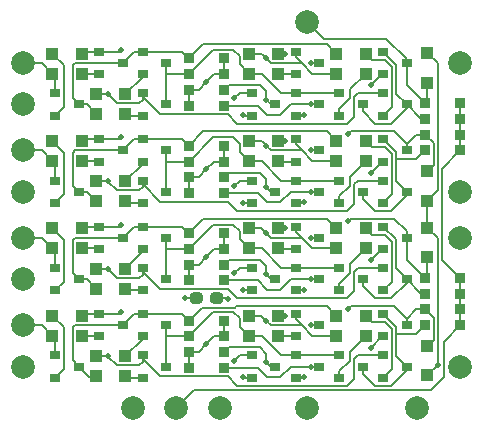
<source format=gtl>
%TF.GenerationSoftware,KiCad,Pcbnew,(5.1.9)-1*%
%TF.CreationDate,2022-08-30T23:25:40+02:00*%
%TF.ProjectId,adder,61646465-722e-46b6-9963-61645f706362,rev?*%
%TF.SameCoordinates,Original*%
%TF.FileFunction,Copper,L1,Top*%
%TF.FilePolarity,Positive*%
%FSLAX46Y46*%
G04 Gerber Fmt 4.6, Leading zero omitted, Abs format (unit mm)*
G04 Created by KiCad (PCBNEW (5.1.9)-1) date 2022-08-30 23:25:40*
%MOMM*%
%LPD*%
G01*
G04 APERTURE LIST*
%TA.AperFunction,ComponentPad*%
%ADD10C,2.000000*%
%TD*%
%TA.AperFunction,SMDPad,CuDef*%
%ADD11R,0.900000X0.900000*%
%TD*%
%TA.AperFunction,SMDPad,CuDef*%
%ADD12R,0.900000X0.800000*%
%TD*%
%TA.AperFunction,SMDPad,CuDef*%
%ADD13R,1.000000X1.000000*%
%TD*%
%TA.AperFunction,ViaPad*%
%ADD14C,0.500000*%
%TD*%
%TA.AperFunction,Conductor*%
%ADD15C,0.157000*%
%TD*%
%TA.AperFunction,Conductor*%
%ADD16C,0.200000*%
%TD*%
G04 APERTURE END LIST*
D10*
%TO.P,TP403,1*%
%TO.N,/3/SUM*%
X188700000Y-82800000D03*
%TD*%
%TO.P,TP402,1*%
%TO.N,/3/A*%
X151700000Y-82800000D03*
%TD*%
%TO.P,TP401,1*%
%TO.N,/3/B*%
X151700000Y-86300000D03*
%TD*%
D11*
%TO.P,RN401,6*%
%TO.N,/3/nCi*%
X168700000Y-85060000D03*
%TO.P,RN401,5*%
%TO.N,/3/SUM*%
X168700000Y-86400000D03*
%TO.P,RN401,8*%
%TO.N,VCC*%
X168700000Y-82400000D03*
%TO.P,RN401,7*%
X168700000Y-83740000D03*
%TO.P,RN401,3*%
X165700000Y-85060000D03*
%TO.P,RN401,2*%
%TO.N,/3/~A^B*%
X165700000Y-83740000D03*
%TO.P,RN401,4*%
%TO.N,VCC*%
X165700000Y-86400000D03*
%TO.P,RN401,1*%
%TO.N,/3/nA'*%
X165700000Y-82400000D03*
%TD*%
D12*
%TO.P,Q410,3*%
%TO.N,/3/nCi*%
X173050000Y-86300000D03*
%TO.P,Q410,2*%
%TO.N,GND*%
X171050000Y-87250000D03*
%TO.P,Q410,1*%
%TO.N,/3/Ci*%
X171050000Y-85350000D03*
%TD*%
%TO.P,Q409,3*%
%TO.N,/3/nA'*%
X160100000Y-82800000D03*
%TO.P,Q409,2*%
%TO.N,Net-(D409-Pad2)*%
X158100000Y-83750000D03*
%TO.P,Q409,1*%
%TO.N,~add*%
X158100000Y-81850000D03*
%TD*%
%TO.P,Q408,3*%
%TO.N,/3/nA'*%
X156400000Y-86300000D03*
%TO.P,Q408,2*%
%TO.N,Net-(D408-Pad2)*%
X154400000Y-87250000D03*
%TO.P,Q408,1*%
%TO.N,/3/A*%
X154400000Y-85350000D03*
%TD*%
%TO.P,Q407,3*%
%TO.N,/3/nCo*%
X184150000Y-86300000D03*
%TO.P,Q407,2*%
%TO.N,Net-(D407-Pad2)*%
X182150000Y-87250000D03*
%TO.P,Q407,1*%
%TO.N,/3/B*%
X182150000Y-85350000D03*
%TD*%
%TO.P,Q406,3*%
%TO.N,/3/nCo*%
X180450000Y-86300000D03*
%TO.P,Q406,2*%
%TO.N,Net-(D406-Pad2)*%
X178450000Y-87250000D03*
%TO.P,Q406,1*%
%TO.N,/3/~A^B*%
X178450000Y-85350000D03*
%TD*%
%TO.P,Q405,3*%
%TO.N,/3/SUM*%
X176750000Y-86300000D03*
%TO.P,Q405,2*%
%TO.N,Net-(D405-Pad2)*%
X174750000Y-87250000D03*
%TO.P,Q405,1*%
%TO.N,/3/~A^B*%
X174750000Y-85350000D03*
%TD*%
%TO.P,Q404,3*%
%TO.N,/3/SUM*%
X176750000Y-82800000D03*
%TO.P,Q404,2*%
%TO.N,Net-(D404-Pad2)*%
X174750000Y-83750000D03*
%TO.P,Q404,1*%
%TO.N,/3/nCi*%
X174750000Y-81850000D03*
%TD*%
%TO.P,Q403,3*%
%TO.N,/3/~A^B*%
X163800000Y-82800000D03*
%TO.P,Q403,2*%
%TO.N,Net-(D403-Pad2)*%
X161800000Y-83750000D03*
%TO.P,Q403,1*%
%TO.N,/3/nA'*%
X161800000Y-81850000D03*
%TD*%
%TO.P,Q402,3*%
%TO.N,/3/~A^B*%
X163800000Y-86300000D03*
%TO.P,Q402,2*%
%TO.N,Net-(D402-Pad2)*%
X161800000Y-87250000D03*
%TO.P,Q402,1*%
%TO.N,/3/B*%
X161800000Y-85350000D03*
%TD*%
%TO.P,Q401,3*%
%TO.N,/3/Co*%
X184150000Y-82800000D03*
%TO.P,Q401,2*%
%TO.N,GND*%
X182150000Y-83750000D03*
%TO.P,Q401,1*%
%TO.N,/3/nCo*%
X182150000Y-81850000D03*
%TD*%
D13*
%TO.P,D409,2*%
%TO.N,Net-(D409-Pad2)*%
X156650000Y-83700000D03*
%TO.P,D409,1*%
%TO.N,/3/A*%
X154150000Y-83700000D03*
%TD*%
%TO.P,D408,2*%
%TO.N,Net-(D408-Pad2)*%
X154150000Y-82000000D03*
%TO.P,D408,1*%
%TO.N,~add*%
X156650000Y-82000000D03*
%TD*%
%TO.P,D407,2*%
%TO.N,Net-(D407-Pad2)*%
X180700000Y-82000000D03*
%TO.P,D407,1*%
%TO.N,/3/nA'*%
X178200000Y-82000000D03*
%TD*%
%TO.P,D406,2*%
%TO.N,Net-(D406-Pad2)*%
X180700000Y-83700000D03*
%TO.P,D406,1*%
%TO.N,/3/nCi*%
X178200000Y-83700000D03*
%TD*%
%TO.P,D405,2*%
%TO.N,Net-(D405-Pad2)*%
X173300000Y-82000000D03*
%TO.P,D405,1*%
%TO.N,/3/nCi*%
X170800000Y-82000000D03*
%TD*%
%TO.P,D404,2*%
%TO.N,Net-(D404-Pad2)*%
X173300000Y-83700000D03*
%TO.P,D404,1*%
%TO.N,/3/~A^B*%
X170800000Y-83700000D03*
%TD*%
%TO.P,D403,2*%
%TO.N,Net-(D403-Pad2)*%
X160350000Y-85400000D03*
%TO.P,D403,1*%
%TO.N,/3/B*%
X157850000Y-85400000D03*
%TD*%
%TO.P,D402,2*%
%TO.N,Net-(D402-Pad2)*%
X160350000Y-87100000D03*
%TO.P,D402,1*%
%TO.N,/3/nA'*%
X157850000Y-87100000D03*
%TD*%
%TO.P,D401,2*%
%TO.N,/3/Co*%
X185900000Y-84450000D03*
%TO.P,D401,1*%
%TO.N,CLRC*%
X185900000Y-81950000D03*
%TD*%
D10*
%TO.P,TP303,1*%
%TO.N,/2/SUM*%
X188700000Y-93700000D03*
%TD*%
%TO.P,TP302,1*%
%TO.N,/2/A*%
X151700000Y-90200000D03*
%TD*%
%TO.P,TP301,1*%
%TO.N,/2/B*%
X151700000Y-93700000D03*
%TD*%
D11*
%TO.P,RN301,6*%
%TO.N,/2/nCi*%
X168700000Y-92460000D03*
%TO.P,RN301,5*%
%TO.N,/2/SUM*%
X168700000Y-93800000D03*
%TO.P,RN301,8*%
%TO.N,VCC*%
X168700000Y-89800000D03*
%TO.P,RN301,7*%
X168700000Y-91140000D03*
%TO.P,RN301,3*%
X165700000Y-92460000D03*
%TO.P,RN301,2*%
%TO.N,/2/~A^B*%
X165700000Y-91140000D03*
%TO.P,RN301,4*%
%TO.N,VCC*%
X165700000Y-93800000D03*
%TO.P,RN301,1*%
%TO.N,/2/nA'*%
X165700000Y-89800000D03*
%TD*%
%TO.P,RN2,6*%
%TO.N,VCC*%
X188700000Y-88860000D03*
%TO.P,RN2,5*%
X188700000Y-90200000D03*
%TO.P,RN2,8*%
X188700000Y-86200000D03*
%TO.P,RN2,7*%
X188700000Y-87540000D03*
%TO.P,RN2,3*%
%TO.N,/3/Ci*%
X185700000Y-88860000D03*
%TO.P,RN2,2*%
%TO.N,/3/nCo*%
X185700000Y-87540000D03*
%TO.P,RN2,4*%
%TO.N,/2/nCo*%
X185700000Y-90200000D03*
%TO.P,RN2,1*%
%TO.N,/3/Co*%
X185700000Y-86200000D03*
%TD*%
D12*
%TO.P,Q310,3*%
%TO.N,/2/nCi*%
X173050000Y-93700000D03*
%TO.P,Q310,2*%
%TO.N,GND*%
X171050000Y-94650000D03*
%TO.P,Q310,1*%
%TO.N,/2/Ci*%
X171050000Y-92750000D03*
%TD*%
%TO.P,Q309,3*%
%TO.N,/2/nA'*%
X160100000Y-90200000D03*
%TO.P,Q309,2*%
%TO.N,Net-(D309-Pad2)*%
X158100000Y-91150000D03*
%TO.P,Q309,1*%
%TO.N,~add*%
X158100000Y-89250000D03*
%TD*%
%TO.P,Q308,3*%
%TO.N,/2/nA'*%
X156400000Y-93700000D03*
%TO.P,Q308,2*%
%TO.N,Net-(D308-Pad2)*%
X154400000Y-94650000D03*
%TO.P,Q308,1*%
%TO.N,/2/A*%
X154400000Y-92750000D03*
%TD*%
%TO.P,Q307,3*%
%TO.N,/2/nCo*%
X184150000Y-93700000D03*
%TO.P,Q307,2*%
%TO.N,Net-(D307-Pad2)*%
X182150000Y-94650000D03*
%TO.P,Q307,1*%
%TO.N,/2/B*%
X182150000Y-92750000D03*
%TD*%
%TO.P,Q306,3*%
%TO.N,/2/nCo*%
X180450000Y-93700000D03*
%TO.P,Q306,2*%
%TO.N,Net-(D306-Pad2)*%
X178450000Y-94650000D03*
%TO.P,Q306,1*%
%TO.N,/2/~A^B*%
X178450000Y-92750000D03*
%TD*%
%TO.P,Q305,3*%
%TO.N,/2/SUM*%
X176750000Y-93700000D03*
%TO.P,Q305,2*%
%TO.N,Net-(D305-Pad2)*%
X174750000Y-94650000D03*
%TO.P,Q305,1*%
%TO.N,/2/~A^B*%
X174750000Y-92750000D03*
%TD*%
%TO.P,Q304,3*%
%TO.N,/2/SUM*%
X176750000Y-90200000D03*
%TO.P,Q304,2*%
%TO.N,Net-(D304-Pad2)*%
X174750000Y-91150000D03*
%TO.P,Q304,1*%
%TO.N,/2/nCi*%
X174750000Y-89250000D03*
%TD*%
%TO.P,Q303,3*%
%TO.N,/2/~A^B*%
X163800000Y-90200000D03*
%TO.P,Q303,2*%
%TO.N,Net-(D303-Pad2)*%
X161800000Y-91150000D03*
%TO.P,Q303,1*%
%TO.N,/2/nA'*%
X161800000Y-89250000D03*
%TD*%
%TO.P,Q302,3*%
%TO.N,/2/~A^B*%
X163800000Y-93700000D03*
%TO.P,Q302,2*%
%TO.N,Net-(D302-Pad2)*%
X161800000Y-94650000D03*
%TO.P,Q302,1*%
%TO.N,/2/B*%
X161800000Y-92750000D03*
%TD*%
%TO.P,Q301,3*%
%TO.N,/3/Ci*%
X184150000Y-90200000D03*
%TO.P,Q301,2*%
%TO.N,GND*%
X182150000Y-91150000D03*
%TO.P,Q301,1*%
%TO.N,/2/nCo*%
X182150000Y-89250000D03*
%TD*%
D13*
%TO.P,D309,2*%
%TO.N,Net-(D309-Pad2)*%
X156650000Y-91100000D03*
%TO.P,D309,1*%
%TO.N,/2/A*%
X154150000Y-91100000D03*
%TD*%
%TO.P,D308,2*%
%TO.N,Net-(D308-Pad2)*%
X154150000Y-89400000D03*
%TO.P,D308,1*%
%TO.N,~add*%
X156650000Y-89400000D03*
%TD*%
%TO.P,D307,2*%
%TO.N,Net-(D307-Pad2)*%
X180700000Y-89400000D03*
%TO.P,D307,1*%
%TO.N,/2/nA'*%
X178200000Y-89400000D03*
%TD*%
%TO.P,D306,2*%
%TO.N,Net-(D306-Pad2)*%
X180700000Y-91100000D03*
%TO.P,D306,1*%
%TO.N,/2/nCi*%
X178200000Y-91100000D03*
%TD*%
%TO.P,D305,2*%
%TO.N,Net-(D305-Pad2)*%
X173300000Y-89400000D03*
%TO.P,D305,1*%
%TO.N,/2/nCi*%
X170800000Y-89400000D03*
%TD*%
%TO.P,D304,2*%
%TO.N,Net-(D304-Pad2)*%
X173300000Y-91100000D03*
%TO.P,D304,1*%
%TO.N,/2/~A^B*%
X170800000Y-91100000D03*
%TD*%
%TO.P,D303,2*%
%TO.N,Net-(D303-Pad2)*%
X160350000Y-92800000D03*
%TO.P,D303,1*%
%TO.N,/2/B*%
X157850000Y-92800000D03*
%TD*%
%TO.P,D302,2*%
%TO.N,Net-(D302-Pad2)*%
X160350000Y-94500000D03*
%TO.P,D302,1*%
%TO.N,/2/nA'*%
X157850000Y-94500000D03*
%TD*%
%TO.P,D301,2*%
%TO.N,/3/Ci*%
X185900000Y-91950000D03*
%TO.P,D301,1*%
%TO.N,CLRC*%
X185900000Y-94450000D03*
%TD*%
D10*
%TO.P,TP203,1*%
%TO.N,/1/SUM*%
X188700000Y-97600000D03*
%TD*%
%TO.P,TP202,1*%
%TO.N,/1/A*%
X151700000Y-97600000D03*
%TD*%
%TO.P,TP201,1*%
%TO.N,/1/B*%
X151700000Y-101100000D03*
%TD*%
D11*
%TO.P,RN201,6*%
%TO.N,/1/nCi*%
X168700000Y-99860000D03*
%TO.P,RN201,5*%
%TO.N,/1/SUM*%
X168700000Y-101200000D03*
%TO.P,RN201,8*%
%TO.N,VCC*%
X168700000Y-97200000D03*
%TO.P,RN201,7*%
X168700000Y-98540000D03*
%TO.P,RN201,3*%
X165700000Y-99860000D03*
%TO.P,RN201,2*%
%TO.N,/1/~A^B*%
X165700000Y-98540000D03*
%TO.P,RN201,4*%
%TO.N,VCC*%
X165700000Y-101200000D03*
%TO.P,RN201,1*%
%TO.N,/1/nA'*%
X165700000Y-97200000D03*
%TD*%
D12*
%TO.P,Q210,3*%
%TO.N,/1/nCi*%
X173050000Y-101100000D03*
%TO.P,Q210,2*%
%TO.N,GND*%
X171050000Y-102050000D03*
%TO.P,Q210,1*%
%TO.N,/Co*%
X171050000Y-100150000D03*
%TD*%
%TO.P,Q209,3*%
%TO.N,/1/nA'*%
X160100000Y-97600000D03*
%TO.P,Q209,2*%
%TO.N,Net-(D209-Pad2)*%
X158100000Y-98550000D03*
%TO.P,Q209,1*%
%TO.N,~add*%
X158100000Y-96650000D03*
%TD*%
%TO.P,Q208,3*%
%TO.N,/1/nA'*%
X156400000Y-101100000D03*
%TO.P,Q208,2*%
%TO.N,Net-(D208-Pad2)*%
X154400000Y-102050000D03*
%TO.P,Q208,1*%
%TO.N,/1/A*%
X154400000Y-100150000D03*
%TD*%
%TO.P,Q207,3*%
%TO.N,/1/nCo*%
X184150000Y-101100000D03*
%TO.P,Q207,2*%
%TO.N,Net-(D207-Pad2)*%
X182150000Y-102050000D03*
%TO.P,Q207,1*%
%TO.N,/1/B*%
X182150000Y-100150000D03*
%TD*%
%TO.P,Q206,3*%
%TO.N,/1/nCo*%
X180450000Y-101100000D03*
%TO.P,Q206,2*%
%TO.N,Net-(D206-Pad2)*%
X178450000Y-102050000D03*
%TO.P,Q206,1*%
%TO.N,/1/~A^B*%
X178450000Y-100150000D03*
%TD*%
%TO.P,Q205,3*%
%TO.N,/1/SUM*%
X176750000Y-101100000D03*
%TO.P,Q205,2*%
%TO.N,Net-(D205-Pad2)*%
X174750000Y-102050000D03*
%TO.P,Q205,1*%
%TO.N,/1/~A^B*%
X174750000Y-100150000D03*
%TD*%
%TO.P,Q204,3*%
%TO.N,/1/SUM*%
X176750000Y-97600000D03*
%TO.P,Q204,2*%
%TO.N,Net-(D204-Pad2)*%
X174750000Y-98550000D03*
%TO.P,Q204,1*%
%TO.N,/1/nCi*%
X174750000Y-96650000D03*
%TD*%
%TO.P,Q203,3*%
%TO.N,/1/~A^B*%
X163800000Y-97600000D03*
%TO.P,Q203,2*%
%TO.N,Net-(D203-Pad2)*%
X161800000Y-98550000D03*
%TO.P,Q203,1*%
%TO.N,/1/nA'*%
X161800000Y-96650000D03*
%TD*%
%TO.P,Q202,3*%
%TO.N,/1/~A^B*%
X163800000Y-101100000D03*
%TO.P,Q202,2*%
%TO.N,Net-(D202-Pad2)*%
X161800000Y-102050000D03*
%TO.P,Q202,1*%
%TO.N,/1/B*%
X161800000Y-100150000D03*
%TD*%
%TO.P,Q201,3*%
%TO.N,/2/Ci*%
X184150000Y-97600000D03*
%TO.P,Q201,2*%
%TO.N,GND*%
X182150000Y-98550000D03*
%TO.P,Q201,1*%
%TO.N,/1/nCo*%
X182150000Y-96650000D03*
%TD*%
D13*
%TO.P,D209,2*%
%TO.N,Net-(D209-Pad2)*%
X156650000Y-98500000D03*
%TO.P,D209,1*%
%TO.N,/1/A*%
X154150000Y-98500000D03*
%TD*%
%TO.P,D208,2*%
%TO.N,Net-(D208-Pad2)*%
X154150000Y-96800000D03*
%TO.P,D208,1*%
%TO.N,~add*%
X156650000Y-96800000D03*
%TD*%
%TO.P,D207,2*%
%TO.N,Net-(D207-Pad2)*%
X180700000Y-96800000D03*
%TO.P,D207,1*%
%TO.N,/1/nA'*%
X178200000Y-96800000D03*
%TD*%
%TO.P,D206,2*%
%TO.N,Net-(D206-Pad2)*%
X180700000Y-98500000D03*
%TO.P,D206,1*%
%TO.N,/1/nCi*%
X178200000Y-98500000D03*
%TD*%
%TO.P,D205,2*%
%TO.N,Net-(D205-Pad2)*%
X173300000Y-96800000D03*
%TO.P,D205,1*%
%TO.N,/1/nCi*%
X170800000Y-96800000D03*
%TD*%
%TO.P,D204,2*%
%TO.N,Net-(D204-Pad2)*%
X173300000Y-98500000D03*
%TO.P,D204,1*%
%TO.N,/1/~A^B*%
X170800000Y-98500000D03*
%TD*%
%TO.P,D203,2*%
%TO.N,Net-(D203-Pad2)*%
X160350000Y-100200000D03*
%TO.P,D203,1*%
%TO.N,/1/B*%
X157850000Y-100200000D03*
%TD*%
%TO.P,D202,2*%
%TO.N,Net-(D202-Pad2)*%
X160350000Y-101900000D03*
%TO.P,D202,1*%
%TO.N,/1/nA'*%
X157850000Y-101900000D03*
%TD*%
%TO.P,D201,2*%
%TO.N,/2/Ci*%
X185900000Y-99250000D03*
%TO.P,D201,1*%
%TO.N,CLRC*%
X185900000Y-96750000D03*
%TD*%
%TO.P,D6,2*%
%TO.N,Net-(D6-Pad2)*%
X180700000Y-104200000D03*
%TO.P,D6,1*%
%TO.N,/nA'*%
X178200000Y-104200000D03*
%TD*%
%TO.P,D4,2*%
%TO.N,Net-(D4-Pad2)*%
X173300000Y-104200000D03*
%TO.P,D4,1*%
%TO.N,/nCi*%
X170800000Y-104200000D03*
%TD*%
D12*
%TO.P,Q2,3*%
%TO.N,/~A^B*%
X163800000Y-105000000D03*
%TO.P,Q2,2*%
%TO.N,Net-(D2-Pad2)*%
X161800000Y-105950000D03*
%TO.P,Q2,1*%
%TO.N,/nA'*%
X161800000Y-104050000D03*
%TD*%
D13*
%TO.P,D8,2*%
%TO.N,Net-(D8-Pad2)*%
X156650000Y-105900000D03*
%TO.P,D8,1*%
%TO.N,/A*%
X154150000Y-105900000D03*
%TD*%
%TO.P,D7,2*%
%TO.N,Net-(D7-Pad2)*%
X154150000Y-104200000D03*
%TO.P,D7,1*%
%TO.N,~add*%
X156650000Y-104200000D03*
%TD*%
%TO.P,D5,2*%
%TO.N,Net-(D5-Pad2)*%
X180700000Y-105900000D03*
%TO.P,D5,1*%
%TO.N,/nCi*%
X178200000Y-105900000D03*
%TD*%
%TO.P,D3,2*%
%TO.N,Net-(D3-Pad2)*%
X173300000Y-105900000D03*
%TO.P,D3,1*%
%TO.N,/~A^B*%
X170800000Y-105900000D03*
%TD*%
%TO.P,D2,2*%
%TO.N,Net-(D2-Pad2)*%
X160350000Y-107600000D03*
%TO.P,D2,1*%
%TO.N,/B*%
X157850000Y-107600000D03*
%TD*%
%TO.P,D1,2*%
%TO.N,Net-(D1-Pad2)*%
X160350000Y-109300000D03*
%TO.P,D1,1*%
%TO.N,/nA'*%
X157850000Y-109300000D03*
%TD*%
%TO.P,D0,2*%
%TO.N,/Co*%
X185900000Y-106750000D03*
%TO.P,D0,1*%
%TO.N,CLRC*%
X185900000Y-109250000D03*
%TD*%
D10*
%TO.P,TP8,1*%
%TO.N,GND*%
X168350000Y-112000000D03*
%TD*%
%TO.P,TP7,1*%
%TO.N,VCC*%
X164650000Y-112000000D03*
%TD*%
%TO.P,TP6,1*%
%TO.N,~add*%
X160950000Y-112000000D03*
%TD*%
%TO.P,TP5,1*%
%TO.N,/3/Co*%
X175750000Y-79300000D03*
%TD*%
%TO.P,TP4,1*%
%TO.N,/Ci*%
X175750000Y-112000000D03*
%TD*%
%TO.P,TP3,1*%
%TO.N,/SUM*%
X188700000Y-108500000D03*
%TD*%
%TO.P,TP2,1*%
%TO.N,/A*%
X151700000Y-105000000D03*
%TD*%
%TO.P,TP1,1*%
%TO.N,/B*%
X151700000Y-108500000D03*
%TD*%
%TO.P,TP0,1*%
%TO.N,CLRC*%
X185000000Y-112000000D03*
%TD*%
D11*
%TO.P,RN1,6*%
%TO.N,VCC*%
X188700000Y-103660000D03*
%TO.P,RN1,5*%
X188700000Y-105000000D03*
%TO.P,RN1,8*%
X188700000Y-101000000D03*
%TO.P,RN1,7*%
X188700000Y-102340000D03*
%TO.P,RN1,3*%
%TO.N,/Co*%
X185700000Y-103660000D03*
%TO.P,RN1,2*%
%TO.N,/1/nCo*%
X185700000Y-102340000D03*
%TO.P,RN1,4*%
%TO.N,/nCo*%
X185700000Y-105000000D03*
%TO.P,RN1,1*%
%TO.N,/2/Ci*%
X185700000Y-101000000D03*
%TD*%
%TO.P,RN0,6*%
%TO.N,/nCi*%
X168700000Y-107260000D03*
%TO.P,RN0,5*%
%TO.N,/SUM*%
X168700000Y-108600000D03*
%TO.P,RN0,8*%
%TO.N,VCC*%
X168700000Y-104600000D03*
%TO.P,RN0,7*%
X168700000Y-105940000D03*
%TO.P,RN0,3*%
X165700000Y-107260000D03*
%TO.P,RN0,2*%
%TO.N,/~A^B*%
X165700000Y-105940000D03*
%TO.P,RN0,4*%
%TO.N,VCC*%
X165700000Y-108600000D03*
%TO.P,RN0,1*%
%TO.N,/nA'*%
X165700000Y-104600000D03*
%TD*%
D12*
%TO.P,Q9,3*%
%TO.N,/nCi*%
X173050000Y-108500000D03*
%TO.P,Q9,2*%
%TO.N,GND*%
X171050000Y-109450000D03*
%TO.P,Q9,1*%
%TO.N,/Ci*%
X171050000Y-107550000D03*
%TD*%
%TO.P,Q8,3*%
%TO.N,/nA'*%
X160100000Y-105000000D03*
%TO.P,Q8,2*%
%TO.N,Net-(D8-Pad2)*%
X158100000Y-105950000D03*
%TO.P,Q8,1*%
%TO.N,~add*%
X158100000Y-104050000D03*
%TD*%
%TO.P,Q7,3*%
%TO.N,/nA'*%
X156400000Y-108500000D03*
%TO.P,Q7,2*%
%TO.N,Net-(D7-Pad2)*%
X154400000Y-109450000D03*
%TO.P,Q7,1*%
%TO.N,/A*%
X154400000Y-107550000D03*
%TD*%
%TO.P,Q6,3*%
%TO.N,/nCo*%
X184150000Y-108500000D03*
%TO.P,Q6,2*%
%TO.N,Net-(D6-Pad2)*%
X182150000Y-109450000D03*
%TO.P,Q6,1*%
%TO.N,/B*%
X182150000Y-107550000D03*
%TD*%
%TO.P,Q5,3*%
%TO.N,/nCo*%
X180450000Y-108500000D03*
%TO.P,Q5,2*%
%TO.N,Net-(D5-Pad2)*%
X178450000Y-109450000D03*
%TO.P,Q5,1*%
%TO.N,/~A^B*%
X178450000Y-107550000D03*
%TD*%
%TO.P,Q4,3*%
%TO.N,/SUM*%
X176750000Y-108500000D03*
%TO.P,Q4,2*%
%TO.N,Net-(D4-Pad2)*%
X174750000Y-109450000D03*
%TO.P,Q4,1*%
%TO.N,/~A^B*%
X174750000Y-107550000D03*
%TD*%
%TO.P,Q3,3*%
%TO.N,/SUM*%
X176750000Y-105000000D03*
%TO.P,Q3,2*%
%TO.N,Net-(D3-Pad2)*%
X174750000Y-105950000D03*
%TO.P,Q3,1*%
%TO.N,/nCi*%
X174750000Y-104050000D03*
%TD*%
%TO.P,Q1,3*%
%TO.N,/~A^B*%
X163800000Y-108500000D03*
%TO.P,Q1,2*%
%TO.N,Net-(D1-Pad2)*%
X161800000Y-109450000D03*
%TO.P,Q1,1*%
%TO.N,/B*%
X161800000Y-107550000D03*
%TD*%
%TO.P,Q0,3*%
%TO.N,/Co*%
X184150000Y-105000000D03*
%TO.P,Q0,2*%
%TO.N,GND*%
X182150000Y-105950000D03*
%TO.P,Q0,1*%
%TO.N,/nCo*%
X182150000Y-104050000D03*
%TD*%
%TO.P,C0,2*%
%TO.N,GND*%
%TA.AperFunction,SMDPad,CuDef*%
G36*
G01*
X167525000Y-102937500D02*
X167525000Y-102462500D01*
G75*
G02*
X167762500Y-102225000I237500J0D01*
G01*
X168362500Y-102225000D01*
G75*
G02*
X168600000Y-102462500I0J-237500D01*
G01*
X168600000Y-102937500D01*
G75*
G02*
X168362500Y-103175000I-237500J0D01*
G01*
X167762500Y-103175000D01*
G75*
G02*
X167525000Y-102937500I0J237500D01*
G01*
G37*
%TD.AperFunction*%
%TO.P,C0,1*%
%TO.N,VCC*%
%TA.AperFunction,SMDPad,CuDef*%
G36*
G01*
X165800000Y-102937500D02*
X165800000Y-102462500D01*
G75*
G02*
X166037500Y-102225000I237500J0D01*
G01*
X166637500Y-102225000D01*
G75*
G02*
X166875000Y-102462500I0J-237500D01*
G01*
X166875000Y-102937500D01*
G75*
G02*
X166637500Y-103175000I-237500J0D01*
G01*
X166037500Y-103175000D01*
G75*
G02*
X165800000Y-102937500I0J237500D01*
G01*
G37*
%TD.AperFunction*%
%TD*%
D14*
%TO.N,/B*%
X158900000Y-107600000D03*
%TO.N,/nCi*%
X172250000Y-108100000D03*
X172250000Y-104600000D03*
%TO.N,/SUM*%
X176050000Y-105000000D03*
X176050000Y-108500000D03*
%TO.N,GND*%
X181169373Y-106885903D03*
X170285750Y-109414250D03*
X170285750Y-102014250D03*
X170285750Y-94614250D03*
X170285750Y-87214250D03*
X181169373Y-99485903D03*
X181169373Y-92085903D03*
X181169373Y-84685903D03*
X169000000Y-102800000D03*
%TO.N,VCC*%
X167200000Y-106600000D03*
X167200000Y-99200000D03*
X167200000Y-91800000D03*
X167200000Y-84400000D03*
X165400000Y-102700000D03*
%TO.N,~add*%
X160000000Y-103900000D03*
X160000000Y-96500000D03*
X160000000Y-89100000D03*
X160000000Y-81700000D03*
%TO.N,/Co*%
X179200000Y-103600000D03*
X169576375Y-100600000D03*
%TO.N,Net-(D4-Pad2)*%
X173849998Y-104200000D03*
X175500000Y-109400000D03*
%TO.N,/Ci*%
X169576375Y-108000000D03*
%TO.N,CLRC*%
X186785511Y-108364489D03*
%TO.N,/1/B*%
X158900000Y-100200000D03*
%TO.N,Net-(D205-Pad2)*%
X173849998Y-96800000D03*
X175500000Y-102000000D03*
%TO.N,/1/nCi*%
X172250000Y-97200000D03*
X172250000Y-100700000D03*
%TO.N,/1/SUM*%
X176050000Y-97600000D03*
X176050000Y-101100000D03*
%TO.N,/2/Ci*%
X179200000Y-96200000D03*
X169576375Y-93200000D03*
%TO.N,/2/B*%
X158900000Y-92800000D03*
%TO.N,Net-(D305-Pad2)*%
X173849998Y-89400000D03*
X175500000Y-94600000D03*
%TO.N,/2/nCi*%
X172250000Y-89800000D03*
X172250000Y-93300000D03*
%TO.N,/2/SUM*%
X176050000Y-90200000D03*
X176050000Y-93700000D03*
%TO.N,/3/Ci*%
X179200000Y-88800000D03*
X169576375Y-85800000D03*
%TO.N,/3/B*%
X158900000Y-85400000D03*
%TO.N,Net-(D405-Pad2)*%
X173849998Y-82000000D03*
X175500000Y-87200000D03*
%TO.N,/3/nCi*%
X172250000Y-82400000D03*
X172250000Y-85900000D03*
%TO.N,/3/SUM*%
X176050000Y-82800000D03*
X176050000Y-86300000D03*
%TD*%
D15*
%TO.N,/A*%
X154400000Y-106150000D02*
X154150000Y-105900000D01*
X154400000Y-107550000D02*
X154400000Y-106150000D01*
X153250000Y-105000000D02*
X154150000Y-105900000D01*
X151700000Y-105000000D02*
X153250000Y-105000000D01*
%TO.N,/nA'*%
X156048698Y-105000000D02*
X160100000Y-105000000D01*
X155871499Y-105177199D02*
X156048698Y-105000000D01*
X155871499Y-107971499D02*
X155871499Y-105177199D01*
X156400000Y-108500000D02*
X155871499Y-107971499D01*
X161050000Y-104050000D02*
X160100000Y-105000000D01*
X161800000Y-104050000D02*
X161050000Y-104050000D01*
X157300000Y-109400000D02*
X156400000Y-108500000D01*
X157850000Y-109400000D02*
X157300000Y-109400000D01*
X165150000Y-104050000D02*
X165700000Y-104600000D01*
X161800000Y-104050000D02*
X165150000Y-104050000D01*
X166785511Y-103514489D02*
X165700000Y-104600000D01*
X169585511Y-103514489D02*
X166785511Y-103514489D01*
X169728501Y-103371499D02*
X169585511Y-103514489D01*
X177371499Y-103371499D02*
X169728501Y-103371499D01*
X178200000Y-104200000D02*
X177371499Y-103371499D01*
%TO.N,/B*%
X161800000Y-108107000D02*
X161528499Y-108378501D01*
X161800000Y-107550000D02*
X161800000Y-108107000D01*
X180048698Y-107550000D02*
X179721499Y-107877199D01*
X182150000Y-107550000D02*
X180048698Y-107550000D01*
X179721499Y-109529803D02*
X179122801Y-110128501D01*
X179721499Y-107877199D02*
X179721499Y-109529803D01*
X169828501Y-110128501D02*
X169028501Y-109328501D01*
X179122801Y-110128501D02*
X169828501Y-110128501D01*
X161800000Y-107851302D02*
X161800000Y-107550000D01*
X163277199Y-109328501D02*
X161800000Y-107851302D01*
X169028501Y-109328501D02*
X163277199Y-109328501D01*
X158900000Y-107600000D02*
X157850000Y-107600000D01*
X158900000Y-107651302D02*
X158900000Y-107600000D01*
X161528499Y-108378501D02*
X159627199Y-108378501D01*
X159627199Y-108378501D02*
X158900000Y-107651302D01*
%TO.N,/~A^B*%
X163800000Y-105900000D02*
X163800000Y-105000000D01*
X163800000Y-108500000D02*
X163800000Y-105900000D01*
X163840000Y-105940000D02*
X163800000Y-105900000D01*
X170800000Y-105900000D02*
X171900000Y-105900000D01*
X173550000Y-107550000D02*
X174750000Y-107550000D01*
X171900000Y-105900000D02*
X173550000Y-107550000D01*
X178450000Y-107550000D02*
X174750000Y-107550000D01*
X169471499Y-103871499D02*
X167768501Y-103871499D01*
X170021499Y-104421499D02*
X169471499Y-103871499D01*
X170021499Y-105121499D02*
X170021499Y-104421499D01*
X167768501Y-103871499D02*
X165700000Y-105940000D01*
X165700000Y-105940000D02*
X163840000Y-105940000D01*
X170800000Y-105900000D02*
X170021499Y-105121499D01*
%TO.N,/nCi*%
X172650000Y-108500000D02*
X172250000Y-108100000D01*
X173050000Y-108500000D02*
X172650000Y-108500000D01*
X174750000Y-104482182D02*
X174750000Y-104050000D01*
X178200000Y-105900000D02*
X176167818Y-105900000D01*
X176167818Y-105900000D02*
X175258909Y-104991091D01*
X175258909Y-104991091D02*
X174750000Y-104482182D01*
X171850000Y-104200000D02*
X172250000Y-104600000D01*
X170800000Y-104200000D02*
X171850000Y-104200000D01*
X172250000Y-107398698D02*
X171722801Y-106871499D01*
X172250000Y-108100000D02*
X172250000Y-107398698D01*
X169088501Y-106871499D02*
X168700000Y-107260000D01*
X171722801Y-106871499D02*
X169088501Y-106871499D01*
X172641091Y-104991091D02*
X172250000Y-104600000D01*
X175258909Y-104991091D02*
X172641091Y-104991091D01*
%TO.N,/nCo*%
X183235511Y-107585511D02*
X184150000Y-108500000D01*
X182150000Y-104050000D02*
X183235511Y-105135511D01*
X184150000Y-108801302D02*
X184150000Y-108500000D01*
X182822801Y-110128501D02*
X184150000Y-108801302D01*
X181477199Y-110128501D02*
X182822801Y-110128501D01*
X180450000Y-109101302D02*
X181477199Y-110128501D01*
X180450000Y-108500000D02*
X180450000Y-109101302D01*
X184935511Y-105764489D02*
X183235511Y-105764489D01*
X185700000Y-105000000D02*
X184935511Y-105764489D01*
X183235511Y-105764489D02*
X183235511Y-107585511D01*
X183235511Y-105135511D02*
X183235511Y-105764489D01*
%TO.N,/SUM*%
X176750000Y-105000000D02*
X176050000Y-105000000D01*
X176050000Y-108500000D02*
X176750000Y-108500000D01*
X174348698Y-108500000D02*
X176050000Y-108500000D01*
X173448698Y-109400000D02*
X174348698Y-108500000D01*
X172351302Y-109400000D02*
X173448698Y-109400000D01*
X171551302Y-108600000D02*
X172351302Y-109400000D01*
X168700000Y-108600000D02*
X171551302Y-108600000D01*
%TO.N,GND*%
X182105276Y-105950000D02*
X181169373Y-106885903D01*
X182150000Y-105950000D02*
X182105276Y-105950000D01*
X170321500Y-109450000D02*
X170285750Y-109414250D01*
X171050000Y-109450000D02*
X170321500Y-109450000D01*
X182150000Y-98550000D02*
X182105276Y-98550000D01*
X182150000Y-91150000D02*
X182105276Y-91150000D01*
X182150000Y-83750000D02*
X182105276Y-83750000D01*
X182105276Y-98550000D02*
X181169373Y-99485903D01*
X182105276Y-91150000D02*
X181169373Y-92085903D01*
X182105276Y-83750000D02*
X181169373Y-84685903D01*
X171050000Y-102050000D02*
X170321500Y-102050000D01*
X171050000Y-94650000D02*
X170321500Y-94650000D01*
X171050000Y-87250000D02*
X170321500Y-87250000D01*
X170321500Y-102050000D02*
X170285750Y-102014250D01*
X170321500Y-94650000D02*
X170285750Y-94614250D01*
X170321500Y-87250000D02*
X170285750Y-87214250D01*
X168900000Y-102700000D02*
X169000000Y-102800000D01*
X168062500Y-102700000D02*
X168900000Y-102700000D01*
%TO.N,VCC*%
X165700000Y-108600000D02*
X165700000Y-107260000D01*
X168700000Y-104600000D02*
X168700000Y-105940000D01*
X166540000Y-107260000D02*
X165700000Y-107260000D01*
X167860000Y-105940000D02*
X167200000Y-106600000D01*
X168700000Y-105940000D02*
X167860000Y-105940000D01*
X167200000Y-106600000D02*
X166540000Y-107260000D01*
X168700000Y-97200000D02*
X168700000Y-98540000D01*
X168700000Y-89800000D02*
X168700000Y-91140000D01*
X168700000Y-82400000D02*
X168700000Y-83740000D01*
X165700000Y-101200000D02*
X165700000Y-99860000D01*
X165700000Y-93800000D02*
X165700000Y-92460000D01*
X165700000Y-86400000D02*
X165700000Y-85060000D01*
X166540000Y-99860000D02*
X165700000Y-99860000D01*
X166540000Y-92460000D02*
X165700000Y-92460000D01*
X166540000Y-85060000D02*
X165700000Y-85060000D01*
X167200000Y-99200000D02*
X166540000Y-99860000D01*
X167200000Y-91800000D02*
X166540000Y-92460000D01*
X167200000Y-84400000D02*
X166540000Y-85060000D01*
X167860000Y-98540000D02*
X167200000Y-99200000D01*
X167860000Y-91140000D02*
X167200000Y-91800000D01*
X167860000Y-83740000D02*
X167200000Y-84400000D01*
X168700000Y-98540000D02*
X167860000Y-98540000D01*
X168700000Y-91140000D02*
X167860000Y-91140000D01*
X168700000Y-83740000D02*
X167860000Y-83740000D01*
X188700000Y-101000000D02*
X188700000Y-105000000D01*
X187142521Y-99442521D02*
X188700000Y-101000000D01*
X187142521Y-91757479D02*
X187142521Y-99442521D01*
X188700000Y-90200000D02*
X187142521Y-91757479D01*
X188700000Y-86200000D02*
X188700000Y-90200000D01*
X166337500Y-102700000D02*
X165400000Y-102700000D01*
D16*
X187399999Y-106300001D02*
X188700000Y-105000000D01*
X187335512Y-106364488D02*
X187399999Y-106300001D01*
X187335512Y-109354490D02*
X187335512Y-106364488D01*
X166142989Y-110507011D02*
X186182991Y-110507011D01*
X186182991Y-110507011D02*
X187335512Y-109354490D01*
X164650000Y-112000000D02*
X166142989Y-110507011D01*
D15*
%TO.N,~add*%
X159850000Y-104050000D02*
X160000000Y-103900000D01*
X158100000Y-104050000D02*
X159850000Y-104050000D01*
X159850000Y-96650000D02*
X160000000Y-96500000D01*
X159850000Y-89250000D02*
X160000000Y-89100000D01*
X159850000Y-81850000D02*
X160000000Y-81700000D01*
X158100000Y-96650000D02*
X159850000Y-96650000D01*
X158100000Y-89250000D02*
X159850000Y-89250000D01*
X158100000Y-81850000D02*
X159850000Y-81850000D01*
X156800000Y-104050000D02*
X156650000Y-104200000D01*
X158100000Y-104050000D02*
X156800000Y-104050000D01*
X156800000Y-96650000D02*
X156650000Y-96800000D01*
X158100000Y-96650000D02*
X156800000Y-96650000D01*
X156800000Y-89250000D02*
X156650000Y-89400000D01*
X158100000Y-89250000D02*
X156800000Y-89250000D01*
X156800000Y-81850000D02*
X156650000Y-82000000D01*
X158100000Y-81850000D02*
X156800000Y-81850000D01*
%TO.N,/Co*%
X179428501Y-103371499D02*
X179200000Y-103600000D01*
X183078499Y-103371499D02*
X179428501Y-103371499D01*
X184150000Y-104443000D02*
X183078499Y-103371499D01*
X184150000Y-105000000D02*
X184150000Y-104443000D01*
X171050000Y-100150000D02*
X170621500Y-100150000D01*
X170150000Y-100150000D02*
X170032475Y-100150000D01*
X171050000Y-100150000D02*
X170150000Y-100150000D01*
X170150000Y-100150000D02*
X170026375Y-100150000D01*
X170026375Y-100150000D02*
X169576375Y-100600000D01*
X184933000Y-103660000D02*
X184150000Y-104443000D01*
X185700000Y-103660000D02*
X184933000Y-103660000D01*
X186428501Y-104388501D02*
X185700000Y-103660000D01*
X186428501Y-106221499D02*
X186428501Y-104388501D01*
X185900000Y-106750000D02*
X186428501Y-106221499D01*
%TO.N,Net-(D1-Pad2)*%
X160400000Y-109450000D02*
X160350000Y-109400000D01*
X161800000Y-109450000D02*
X160400000Y-109450000D01*
%TO.N,Net-(D2-Pad2)*%
X161800000Y-106150000D02*
X160350000Y-107600000D01*
X161800000Y-105950000D02*
X161800000Y-106150000D01*
%TO.N,Net-(D3-Pad2)*%
X173350000Y-105950000D02*
X173300000Y-105900000D01*
X174750000Y-105950000D02*
X173350000Y-105950000D01*
%TO.N,Net-(D4-Pad2)*%
X174750000Y-109450000D02*
X174750000Y-109400000D01*
X173300000Y-104200000D02*
X173849998Y-104200000D01*
X175450000Y-109450000D02*
X175500000Y-109400000D01*
X174750000Y-109450000D02*
X175450000Y-109450000D01*
%TO.N,Net-(D5-Pad2)*%
X178450000Y-109450000D02*
X178450000Y-108893000D01*
X179364489Y-107235511D02*
X180700000Y-105900000D01*
X179364489Y-107986813D02*
X179364489Y-107235511D01*
X178458302Y-108893000D02*
X179364489Y-107986813D01*
X178450000Y-108893000D02*
X178458302Y-108893000D01*
%TO.N,Net-(D6-Pad2)*%
X181228501Y-104728501D02*
X180700000Y-104200000D01*
X182279803Y-104728501D02*
X181228501Y-104728501D01*
X182878501Y-105327199D02*
X182279803Y-104728501D01*
X182878501Y-108721499D02*
X182878501Y-105327199D01*
X182150000Y-109450000D02*
X182878501Y-108721499D01*
%TO.N,Net-(D7-Pad2)*%
X155128501Y-108721499D02*
X154400000Y-109450000D01*
X155128501Y-108721499D02*
X155128501Y-105178501D01*
X155128501Y-105178501D02*
X154150000Y-104200000D01*
%TO.N,Net-(D8-Pad2)*%
X158050000Y-105900000D02*
X158100000Y-105950000D01*
X156650000Y-105900000D02*
X158050000Y-105900000D01*
%TO.N,/Ci*%
X171050000Y-107550000D02*
X170621500Y-107550000D01*
X170026375Y-107550000D02*
X169576375Y-108000000D01*
X170150000Y-107550000D02*
X170026375Y-107550000D01*
X171050000Y-107550000D02*
X170150000Y-107550000D01*
X170150000Y-107550000D02*
X170032475Y-107550000D01*
%TO.N,CLRC*%
X185900000Y-109250000D02*
X186785511Y-108364489D01*
X186785511Y-97635511D02*
X185900000Y-96750000D01*
X186785511Y-108364489D02*
X186785511Y-97635511D01*
X186785511Y-82835511D02*
X185900000Y-81950000D01*
X186785511Y-93564489D02*
X186785511Y-82835511D01*
X185900000Y-94450000D02*
X186785511Y-93564489D01*
X185900000Y-96750000D02*
X185900000Y-94450000D01*
%TO.N,Net-(D202-Pad2)*%
X160500000Y-102050000D02*
X160350000Y-101900000D01*
X161800000Y-102050000D02*
X160500000Y-102050000D01*
%TO.N,/1/nA'*%
X156048698Y-97600000D02*
X160100000Y-97600000D01*
X156400000Y-101100000D02*
X155871499Y-100571499D01*
X155871499Y-100571499D02*
X155871499Y-97777199D01*
X155871499Y-97777199D02*
X156048698Y-97600000D01*
X166928501Y-95971499D02*
X165700000Y-97200000D01*
X177371499Y-95971499D02*
X166928501Y-95971499D01*
X178200000Y-96800000D02*
X177371499Y-95971499D01*
X165150000Y-96650000D02*
X165700000Y-97200000D01*
X161800000Y-96650000D02*
X165150000Y-96650000D01*
X161050000Y-96650000D02*
X160100000Y-97600000D01*
X161800000Y-96650000D02*
X161050000Y-96650000D01*
X157050000Y-101100000D02*
X157850000Y-101900000D01*
X156400000Y-101100000D02*
X157050000Y-101100000D01*
%TO.N,Net-(D203-Pad2)*%
X161800000Y-98550000D02*
X161800000Y-98750000D01*
X161800000Y-98750000D02*
X160350000Y-100200000D01*
%TO.N,/1/B*%
X158900000Y-100251302D02*
X158900000Y-100200000D01*
X159627199Y-100978501D02*
X158900000Y-100251302D01*
X161528499Y-100978501D02*
X159878501Y-100978501D01*
X159878501Y-100978501D02*
X159627199Y-100978501D01*
X158900000Y-100200000D02*
X157850000Y-100200000D01*
X182150000Y-100150000D02*
X180048698Y-100150000D01*
X179721499Y-100477199D02*
X179721499Y-102129803D01*
X179721499Y-102129803D02*
X179122801Y-102728501D01*
X180048698Y-100150000D02*
X179721499Y-100477199D01*
X161800000Y-100451302D02*
X161800000Y-100150000D01*
X179122801Y-102728501D02*
X169828501Y-102728501D01*
X169828501Y-102728501D02*
X169028501Y-101928501D01*
X163277199Y-101928501D02*
X161800000Y-100451302D01*
X169028501Y-101928501D02*
X163277199Y-101928501D01*
X161800000Y-100707000D02*
X161528499Y-100978501D01*
X161800000Y-100150000D02*
X161800000Y-100707000D01*
%TO.N,Net-(D204-Pad2)*%
X173350000Y-98550000D02*
X173300000Y-98500000D01*
X174750000Y-98550000D02*
X173350000Y-98550000D01*
%TO.N,/1/~A^B*%
X163800000Y-98500000D02*
X163800000Y-97600000D01*
X163800000Y-101100000D02*
X163800000Y-98500000D01*
X178450000Y-100150000D02*
X174750000Y-100150000D01*
X163840000Y-98540000D02*
X163800000Y-98500000D01*
X165700000Y-98540000D02*
X163840000Y-98540000D01*
X173550000Y-100150000D02*
X173750000Y-100150000D01*
X171900000Y-98500000D02*
X173550000Y-100150000D01*
X170800000Y-98500000D02*
X171900000Y-98500000D01*
X174750000Y-100150000D02*
X173750000Y-100150000D01*
X167768501Y-96471499D02*
X165700000Y-98540000D01*
X170800000Y-98500000D02*
X170021499Y-97721499D01*
X170021499Y-97721499D02*
X170021499Y-97021499D01*
X170021499Y-97021499D02*
X169471499Y-96471499D01*
X169471499Y-96471499D02*
X167768501Y-96471499D01*
%TO.N,Net-(D205-Pad2)*%
X174750000Y-102050000D02*
X174750000Y-102000000D01*
X174750000Y-102050000D02*
X175450000Y-102050000D01*
X175450000Y-102050000D02*
X175500000Y-102000000D01*
X173300000Y-96800000D02*
X173849998Y-96800000D01*
%TO.N,/1/nCi*%
X172650000Y-101100000D02*
X172250000Y-100700000D01*
X173050000Y-101100000D02*
X172650000Y-101100000D01*
X174750000Y-97082182D02*
X174750000Y-96650000D01*
X178200000Y-98500000D02*
X176167818Y-98500000D01*
X171974349Y-96924349D02*
X172250000Y-97200000D01*
X170800000Y-96800000D02*
X171850000Y-96800000D01*
X171850000Y-96800000D02*
X171974349Y-96924349D01*
X172250000Y-100700000D02*
X172250000Y-99998698D01*
X171722801Y-99471499D02*
X169088501Y-99471499D01*
X172250000Y-99998698D02*
X171722801Y-99471499D01*
X169088501Y-99471499D02*
X168700000Y-99860000D01*
X175258909Y-97591091D02*
X172641091Y-97591091D01*
X176167818Y-98500000D02*
X175258909Y-97591091D01*
X172641091Y-97591091D02*
X172250000Y-97200000D01*
X175258909Y-97591091D02*
X174750000Y-97082182D01*
%TO.N,Net-(D206-Pad2)*%
X178450000Y-102050000D02*
X178450000Y-101493000D01*
X178450000Y-101493000D02*
X178458302Y-101493000D01*
X179364489Y-100586813D02*
X179364489Y-99835511D01*
X178458302Y-101493000D02*
X179364489Y-100586813D01*
X179364489Y-99835511D02*
X180700000Y-98500000D01*
%TO.N,Net-(D207-Pad2)*%
X182150000Y-102050000D02*
X182878501Y-101321499D01*
X181228501Y-97328501D02*
X180700000Y-96800000D01*
X182878501Y-97927199D02*
X182279803Y-97328501D01*
X182279803Y-97328501D02*
X181228501Y-97328501D01*
X182878501Y-101321499D02*
X182878501Y-97927199D01*
%TO.N,Net-(D208-Pad2)*%
X155128501Y-101321499D02*
X154400000Y-102050000D01*
X155128501Y-97778501D02*
X154150000Y-96800000D01*
X155128501Y-101321499D02*
X155128501Y-97778501D01*
%TO.N,Net-(D209-Pad2)*%
X156650000Y-98500000D02*
X158050000Y-98500000D01*
X158050000Y-98500000D02*
X158100000Y-98550000D01*
%TO.N,/1/A*%
X154400000Y-98750000D02*
X154150000Y-98500000D01*
X154400000Y-100150000D02*
X154400000Y-98750000D01*
X153250000Y-97600000D02*
X154150000Y-98500000D01*
X151700000Y-97600000D02*
X153250000Y-97600000D01*
%TO.N,/1/nCo*%
X183235511Y-97735511D02*
X183235511Y-100185511D01*
X183235511Y-100185511D02*
X184150000Y-101100000D01*
X182150000Y-96650000D02*
X183235511Y-97735511D01*
X180450000Y-101701302D02*
X181477199Y-102728501D01*
X182822801Y-102728501D02*
X184150000Y-101401302D01*
X180450000Y-101100000D02*
X180450000Y-101701302D01*
X181477199Y-102728501D02*
X182822801Y-102728501D01*
X184150000Y-101401302D02*
X184150000Y-101100000D01*
X185390000Y-102340000D02*
X184150000Y-101100000D01*
X185700000Y-102340000D02*
X185390000Y-102340000D01*
%TO.N,/1/SUM*%
X176050000Y-101100000D02*
X176750000Y-101100000D01*
X176750000Y-97600000D02*
X176050000Y-97600000D01*
X174348698Y-101100000D02*
X176050000Y-101100000D01*
X172351302Y-102000000D02*
X173448698Y-102000000D01*
X171551302Y-101200000D02*
X172351302Y-102000000D01*
X168700000Y-101200000D02*
X171551302Y-101200000D01*
X173448698Y-102000000D02*
X174348698Y-101100000D01*
%TO.N,/2/Ci*%
X179428501Y-95971499D02*
X179200000Y-96200000D01*
X184150000Y-97043000D02*
X183078499Y-95971499D01*
X184150000Y-97600000D02*
X184150000Y-97043000D01*
X183078499Y-95971499D02*
X179428501Y-95971499D01*
X171050000Y-92750000D02*
X170621500Y-92750000D01*
X170150000Y-92750000D02*
X170032475Y-92750000D01*
X171050000Y-92750000D02*
X170150000Y-92750000D01*
X170150000Y-92750000D02*
X170026375Y-92750000D01*
X170026375Y-92750000D02*
X169576375Y-93200000D01*
X184150000Y-99450000D02*
X185700000Y-101000000D01*
X184150000Y-97600000D02*
X184150000Y-99450000D01*
X185900000Y-100800000D02*
X185700000Y-101000000D01*
X185900000Y-99250000D02*
X185900000Y-100800000D01*
%TO.N,Net-(D302-Pad2)*%
X160500000Y-94650000D02*
X160350000Y-94500000D01*
X161800000Y-94650000D02*
X160500000Y-94650000D01*
%TO.N,/2/nA'*%
X156048698Y-90200000D02*
X160100000Y-90200000D01*
X156400000Y-93700000D02*
X155871499Y-93171499D01*
X155871499Y-93171499D02*
X155871499Y-90377199D01*
X155871499Y-90377199D02*
X156048698Y-90200000D01*
X166928501Y-88571499D02*
X165700000Y-89800000D01*
X177371499Y-88571499D02*
X166928501Y-88571499D01*
X178200000Y-89400000D02*
X177371499Y-88571499D01*
X165150000Y-89250000D02*
X165700000Y-89800000D01*
X161800000Y-89250000D02*
X165150000Y-89250000D01*
X161050000Y-89250000D02*
X160100000Y-90200000D01*
X161800000Y-89250000D02*
X161050000Y-89250000D01*
X157050000Y-93700000D02*
X157850000Y-94500000D01*
X156400000Y-93700000D02*
X157050000Y-93700000D01*
%TO.N,Net-(D303-Pad2)*%
X161800000Y-91150000D02*
X161800000Y-91350000D01*
X161800000Y-91350000D02*
X160350000Y-92800000D01*
%TO.N,/2/B*%
X158900000Y-92851302D02*
X158900000Y-92800000D01*
X159627199Y-93578501D02*
X158900000Y-92851302D01*
X161528499Y-93578501D02*
X159878501Y-93578501D01*
X159878501Y-93578501D02*
X159627199Y-93578501D01*
X158900000Y-92800000D02*
X157850000Y-92800000D01*
X182150000Y-92750000D02*
X180048698Y-92750000D01*
X179721499Y-93077199D02*
X179721499Y-94729803D01*
X179721499Y-94729803D02*
X179122801Y-95328501D01*
X180048698Y-92750000D02*
X179721499Y-93077199D01*
X161800000Y-93051302D02*
X161800000Y-92750000D01*
X179122801Y-95328501D02*
X169828501Y-95328501D01*
X169828501Y-95328501D02*
X169028501Y-94528501D01*
X163277199Y-94528501D02*
X161800000Y-93051302D01*
X169028501Y-94528501D02*
X163277199Y-94528501D01*
X161800000Y-93307000D02*
X161528499Y-93578501D01*
X161800000Y-92750000D02*
X161800000Y-93307000D01*
%TO.N,Net-(D304-Pad2)*%
X173350000Y-91150000D02*
X173300000Y-91100000D01*
X174750000Y-91150000D02*
X173350000Y-91150000D01*
%TO.N,/2/~A^B*%
X163800000Y-91100000D02*
X163800000Y-90200000D01*
X163800000Y-93700000D02*
X163800000Y-91100000D01*
X178450000Y-92750000D02*
X174750000Y-92750000D01*
X163840000Y-91140000D02*
X163800000Y-91100000D01*
X165700000Y-91140000D02*
X163840000Y-91140000D01*
X173550000Y-92750000D02*
X173750000Y-92750000D01*
X171900000Y-91100000D02*
X173550000Y-92750000D01*
X170800000Y-91100000D02*
X171900000Y-91100000D01*
X174750000Y-92750000D02*
X173750000Y-92750000D01*
X167768501Y-89071499D02*
X165700000Y-91140000D01*
X170800000Y-91100000D02*
X170021499Y-90321499D01*
X170021499Y-90321499D02*
X170021499Y-89621499D01*
X170021499Y-89621499D02*
X169471499Y-89071499D01*
X169471499Y-89071499D02*
X167768501Y-89071499D01*
%TO.N,Net-(D305-Pad2)*%
X174750000Y-94650000D02*
X174750000Y-94600000D01*
X174750000Y-94650000D02*
X175450000Y-94650000D01*
X175450000Y-94650000D02*
X175500000Y-94600000D01*
X173300000Y-89400000D02*
X173849998Y-89400000D01*
%TO.N,/2/nCi*%
X172650000Y-93700000D02*
X172250000Y-93300000D01*
X173050000Y-93700000D02*
X172650000Y-93700000D01*
X174750000Y-89682182D02*
X174750000Y-89250000D01*
X178200000Y-91100000D02*
X176167818Y-91100000D01*
X171974349Y-89524349D02*
X172250000Y-89800000D01*
X170800000Y-89400000D02*
X171850000Y-89400000D01*
X171850000Y-89400000D02*
X171974349Y-89524349D01*
X172250000Y-93300000D02*
X172250000Y-92598698D01*
X171722801Y-92071499D02*
X169088501Y-92071499D01*
X172250000Y-92598698D02*
X171722801Y-92071499D01*
X169088501Y-92071499D02*
X168700000Y-92460000D01*
X175258909Y-90191091D02*
X172641091Y-90191091D01*
X176167818Y-91100000D02*
X175258909Y-90191091D01*
X172641091Y-90191091D02*
X172250000Y-89800000D01*
X175258909Y-90191091D02*
X174750000Y-89682182D01*
%TO.N,Net-(D306-Pad2)*%
X178450000Y-94650000D02*
X178450000Y-94093000D01*
X178450000Y-94093000D02*
X178458302Y-94093000D01*
X179364489Y-93186813D02*
X179364489Y-92435511D01*
X178458302Y-94093000D02*
X179364489Y-93186813D01*
X179364489Y-92435511D02*
X180700000Y-91100000D01*
%TO.N,Net-(D307-Pad2)*%
X182150000Y-94650000D02*
X182878501Y-93921499D01*
X181228501Y-89928501D02*
X180700000Y-89400000D01*
X182878501Y-90527199D02*
X182279803Y-89928501D01*
X182279803Y-89928501D02*
X181228501Y-89928501D01*
X182878501Y-93921499D02*
X182878501Y-90527199D01*
%TO.N,Net-(D308-Pad2)*%
X155128501Y-93921499D02*
X154400000Y-94650000D01*
X155128501Y-90378501D02*
X154150000Y-89400000D01*
X155128501Y-93921499D02*
X155128501Y-90378501D01*
%TO.N,Net-(D309-Pad2)*%
X156650000Y-91100000D02*
X158050000Y-91100000D01*
X158050000Y-91100000D02*
X158100000Y-91150000D01*
%TO.N,/2/A*%
X154400000Y-91350000D02*
X154150000Y-91100000D01*
X154400000Y-92750000D02*
X154400000Y-91350000D01*
X153250000Y-90200000D02*
X154150000Y-91100000D01*
X151700000Y-90200000D02*
X153250000Y-90200000D01*
%TO.N,/2/nCo*%
X183235511Y-90335511D02*
X183235511Y-92785511D01*
X183235511Y-92785511D02*
X184150000Y-93700000D01*
X182150000Y-89250000D02*
X183235511Y-90335511D01*
X180450000Y-94301302D02*
X181477199Y-95328501D01*
X182822801Y-95328501D02*
X184150000Y-94001302D01*
X180450000Y-93700000D02*
X180450000Y-94301302D01*
X181477199Y-95328501D02*
X182822801Y-95328501D01*
X184150000Y-94001302D02*
X184150000Y-93700000D01*
X184935511Y-90964489D02*
X183235511Y-90964489D01*
X185700000Y-90200000D02*
X184935511Y-90964489D01*
%TO.N,/2/SUM*%
X176050000Y-93700000D02*
X176750000Y-93700000D01*
X176750000Y-90200000D02*
X176050000Y-90200000D01*
X174348698Y-93700000D02*
X176050000Y-93700000D01*
X172351302Y-94600000D02*
X173448698Y-94600000D01*
X171551302Y-93800000D02*
X172351302Y-94600000D01*
X168700000Y-93800000D02*
X171551302Y-93800000D01*
X173448698Y-94600000D02*
X174348698Y-93700000D01*
%TO.N,/3/Ci*%
X179428501Y-88571499D02*
X179200000Y-88800000D01*
X184150000Y-89643000D02*
X183078499Y-88571499D01*
X184150000Y-90200000D02*
X184150000Y-89643000D01*
X183078499Y-88571499D02*
X179428501Y-88571499D01*
X171050000Y-85350000D02*
X170621500Y-85350000D01*
X170150000Y-85350000D02*
X170032475Y-85350000D01*
X171050000Y-85350000D02*
X170150000Y-85350000D01*
X170150000Y-85350000D02*
X170026375Y-85350000D01*
X170026375Y-85350000D02*
X169576375Y-85800000D01*
X184933000Y-88860000D02*
X184150000Y-89643000D01*
X185700000Y-88860000D02*
X184933000Y-88860000D01*
X186428501Y-91421499D02*
X186428501Y-89588501D01*
X186428501Y-89588501D02*
X185700000Y-88860000D01*
X185900000Y-91950000D02*
X186428501Y-91421499D01*
%TO.N,/3/Co*%
X184150000Y-82800000D02*
X184150000Y-84650000D01*
X184150000Y-84650000D02*
X185700000Y-86200000D01*
X185900000Y-84450000D02*
X185900000Y-86000000D01*
X185900000Y-86000000D02*
X185700000Y-86200000D01*
X184150000Y-82498698D02*
X184150000Y-82800000D01*
X177174349Y-80724349D02*
X175750000Y-79300000D01*
X182375651Y-80724349D02*
X177174349Y-80724349D01*
X182375651Y-80724349D02*
X184150000Y-82498698D01*
%TO.N,Net-(D402-Pad2)*%
X160500000Y-87250000D02*
X160350000Y-87100000D01*
X161800000Y-87250000D02*
X160500000Y-87250000D01*
%TO.N,/3/nA'*%
X156048698Y-82800000D02*
X160100000Y-82800000D01*
X156400000Y-86300000D02*
X155871499Y-85771499D01*
X155871499Y-85771499D02*
X155871499Y-82977199D01*
X155871499Y-82977199D02*
X156048698Y-82800000D01*
X166928501Y-81171499D02*
X165700000Y-82400000D01*
X177371499Y-81171499D02*
X166928501Y-81171499D01*
X178200000Y-82000000D02*
X177371499Y-81171499D01*
X165150000Y-81850000D02*
X165700000Y-82400000D01*
X161800000Y-81850000D02*
X165150000Y-81850000D01*
X161050000Y-81850000D02*
X160100000Y-82800000D01*
X161800000Y-81850000D02*
X161050000Y-81850000D01*
X157050000Y-86300000D02*
X157850000Y-87100000D01*
X156400000Y-86300000D02*
X157050000Y-86300000D01*
%TO.N,Net-(D403-Pad2)*%
X161800000Y-83750000D02*
X161800000Y-83950000D01*
X161800000Y-83950000D02*
X160350000Y-85400000D01*
%TO.N,/3/B*%
X158900000Y-85451302D02*
X158900000Y-85400000D01*
X159627199Y-86178501D02*
X158900000Y-85451302D01*
X161528499Y-86178501D02*
X159878501Y-86178501D01*
X159878501Y-86178501D02*
X159627199Y-86178501D01*
X158900000Y-85400000D02*
X157850000Y-85400000D01*
X182150000Y-85350000D02*
X180048698Y-85350000D01*
X179721499Y-85677199D02*
X179721499Y-87329803D01*
X179721499Y-87329803D02*
X179122801Y-87928501D01*
X180048698Y-85350000D02*
X179721499Y-85677199D01*
X161800000Y-85651302D02*
X161800000Y-85350000D01*
X179122801Y-87928501D02*
X169828501Y-87928501D01*
X169828501Y-87928501D02*
X169028501Y-87128501D01*
X163277199Y-87128501D02*
X161800000Y-85651302D01*
X169028501Y-87128501D02*
X163277199Y-87128501D01*
X161800000Y-85907000D02*
X161528499Y-86178501D01*
X161800000Y-85350000D02*
X161800000Y-85907000D01*
%TO.N,Net-(D404-Pad2)*%
X173350000Y-83750000D02*
X173300000Y-83700000D01*
X174750000Y-83750000D02*
X173350000Y-83750000D01*
%TO.N,/3/~A^B*%
X163800000Y-83700000D02*
X163800000Y-82800000D01*
X163800000Y-86300000D02*
X163800000Y-83700000D01*
X178450000Y-85350000D02*
X174750000Y-85350000D01*
X163840000Y-83740000D02*
X163800000Y-83700000D01*
X165700000Y-83740000D02*
X163840000Y-83740000D01*
X173550000Y-85350000D02*
X173750000Y-85350000D01*
X171900000Y-83700000D02*
X173550000Y-85350000D01*
X170800000Y-83700000D02*
X171900000Y-83700000D01*
X174750000Y-85350000D02*
X173750000Y-85350000D01*
X167768501Y-81671499D02*
X165700000Y-83740000D01*
X170800000Y-83700000D02*
X170021499Y-82921499D01*
X170021499Y-82921499D02*
X170021499Y-82221499D01*
X170021499Y-82221499D02*
X169471499Y-81671499D01*
X169471499Y-81671499D02*
X167768501Y-81671499D01*
%TO.N,Net-(D405-Pad2)*%
X174750000Y-87250000D02*
X174750000Y-87200000D01*
X174750000Y-87250000D02*
X175450000Y-87250000D01*
X175450000Y-87250000D02*
X175500000Y-87200000D01*
X173300000Y-82000000D02*
X173849998Y-82000000D01*
%TO.N,/3/nCi*%
X172650000Y-86300000D02*
X172250000Y-85900000D01*
X173050000Y-86300000D02*
X172650000Y-86300000D01*
X174750000Y-82282182D02*
X174750000Y-81850000D01*
X178200000Y-83700000D02*
X176167818Y-83700000D01*
X171974349Y-82124349D02*
X172250000Y-82400000D01*
X170800000Y-82000000D02*
X171850000Y-82000000D01*
X171850000Y-82000000D02*
X171974349Y-82124349D01*
X172250000Y-85900000D02*
X172250000Y-85198698D01*
X171722801Y-84671499D02*
X169088501Y-84671499D01*
X172250000Y-85198698D02*
X171722801Y-84671499D01*
X169088501Y-84671499D02*
X168700000Y-85060000D01*
X175258909Y-82791091D02*
X172641091Y-82791091D01*
X176167818Y-83700000D02*
X175258909Y-82791091D01*
X172641091Y-82791091D02*
X172250000Y-82400000D01*
X175258909Y-82791091D02*
X174750000Y-82282182D01*
%TO.N,Net-(D406-Pad2)*%
X178450000Y-87250000D02*
X178450000Y-86693000D01*
X178450000Y-86693000D02*
X178458302Y-86693000D01*
X179364489Y-85786813D02*
X179364489Y-85035511D01*
X178458302Y-86693000D02*
X179364489Y-85786813D01*
X179364489Y-85035511D02*
X180700000Y-83700000D01*
%TO.N,Net-(D407-Pad2)*%
X182150000Y-87250000D02*
X182878501Y-86521499D01*
X181228501Y-82528501D02*
X180700000Y-82000000D01*
X182878501Y-83127199D02*
X182279803Y-82528501D01*
X182279803Y-82528501D02*
X181228501Y-82528501D01*
X182878501Y-86521499D02*
X182878501Y-83127199D01*
%TO.N,Net-(D408-Pad2)*%
X155128501Y-86521499D02*
X154400000Y-87250000D01*
X155128501Y-82978501D02*
X154150000Y-82000000D01*
X155128501Y-86521499D02*
X155128501Y-82978501D01*
%TO.N,Net-(D409-Pad2)*%
X156650000Y-83700000D02*
X158050000Y-83700000D01*
X158050000Y-83700000D02*
X158100000Y-83750000D01*
%TO.N,/3/A*%
X154400000Y-83950000D02*
X154150000Y-83700000D01*
X154400000Y-85350000D02*
X154400000Y-83950000D01*
X153250000Y-82800000D02*
X154150000Y-83700000D01*
X151700000Y-82800000D02*
X153250000Y-82800000D01*
%TO.N,/3/nCo*%
X183235511Y-82935511D02*
X183235511Y-85385511D01*
X183235511Y-85385511D02*
X184150000Y-86300000D01*
X182150000Y-81850000D02*
X183235511Y-82935511D01*
X180450000Y-86901302D02*
X181477199Y-87928501D01*
X182822801Y-87928501D02*
X184150000Y-86601302D01*
X180450000Y-86300000D02*
X180450000Y-86901302D01*
X181477199Y-87928501D02*
X182822801Y-87928501D01*
X184150000Y-86601302D02*
X184150000Y-86300000D01*
X185700000Y-87540000D02*
X185390000Y-87540000D01*
X185390000Y-87540000D02*
X184150000Y-86300000D01*
%TO.N,/3/SUM*%
X176050000Y-86300000D02*
X176750000Y-86300000D01*
X176750000Y-82800000D02*
X176050000Y-82800000D01*
X174348698Y-86300000D02*
X176050000Y-86300000D01*
X172351302Y-87200000D02*
X173448698Y-87200000D01*
X171551302Y-86400000D02*
X172351302Y-87200000D01*
X168700000Y-86400000D02*
X171551302Y-86400000D01*
X173448698Y-87200000D02*
X174348698Y-86300000D01*
%TD*%
M02*

</source>
